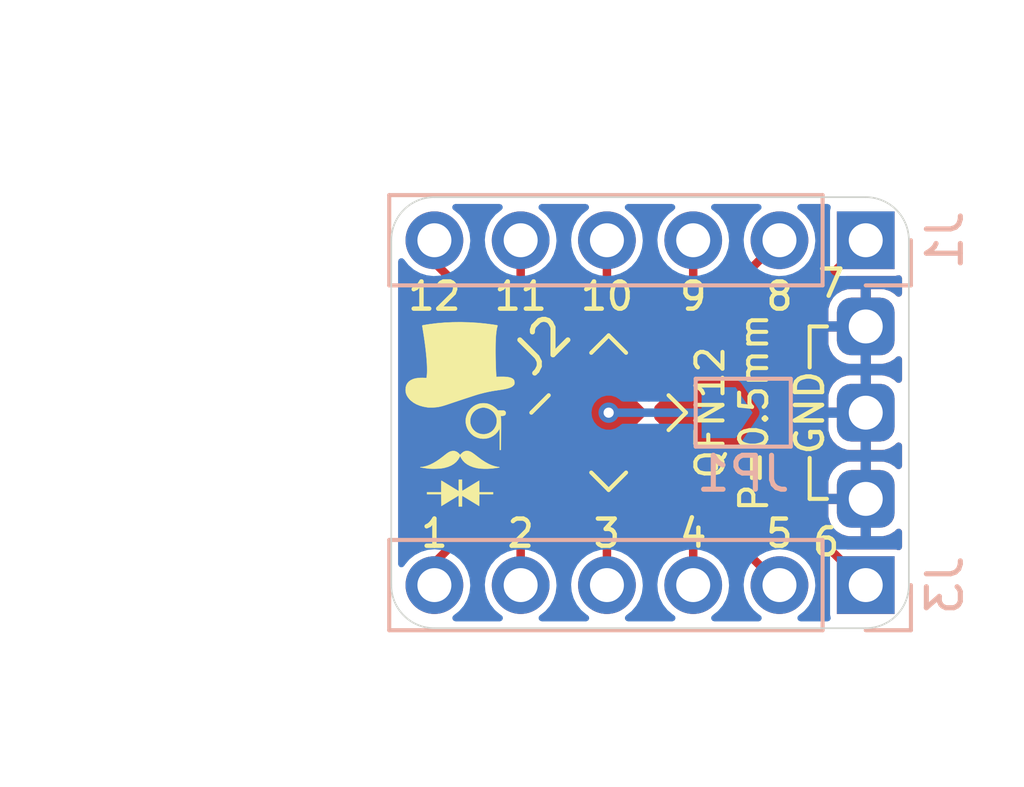
<source format=kicad_pcb>
(kicad_pcb (version 20211014) (generator pcbnew)
  (title_block (title "QFN16 to DIP Breakout Board") (date "2020-04-17") (rev "2") (company "SirBoard") (comment 1 "QFN16 P = 0.5mm") (comment 2 "QFN16 P = 0.8mm") (comment 3 "DIP16 P = 2.54mm"))
  (layers (0 "F.Cu" signal) (31 "B.Cu" signal) (34 "B.Paste" user) (35 "F.Paste" user) (36 "B.SilkS" user "B.Silkscreen") (37 "F.SilkS" user "F.Silkscreen") (38 "B.Mask" user) (39 "F.Mask" user) (44 "Edge.Cuts" user))
  (net 0 "")
  (net 1 "Net-(J2-Pad13)")
  (net 2 "Net-(J2-Pad12)")
  (net 3 "Net-(J2-Pad11)")
  (net 4 "Net-(J2-Pad10)")
  (net 5 "Net-(J2-Pad9)")
  (net 6 "Net-(J5-Pad1)")
  (net 7 "Net-(J2-Pad7)")
  (net 8 "Net-(J2-Pad8)")
  (net 9 "Net-(J2-Pad1)")
  (net 10 "Net-(J2-Pad2)")
  (net 11 "Net-(J2-Pad3)")
  (net 12 "Net-(J2-Pad4)")
  (net 13 "Net-(J2-Pad5)")
  (net 14 "Net-(J2-Pad6)")
  (footprint "Package_DFN_QFN:QFN-12-1EP_3x3mm_P0.5mm_EP1.65x1.65mm" (layer "F.Cu") (at 69.9008 41.91 45)
    (fp_text reference "J2" (at 0 -2.82 45) (layer "F.SilkS"))
    (fp_text value "Conn_02x06_Counter_Clockwise")
    (fp_line (start 1.61 -1.61) (end 1.61 -0.885) (layer "F.SilkS") (width 0.12))
    (fp_line (start 1.61 1.61) (end 1.61 0.885) (layer "F.SilkS") (width 0.12))
    (fp_line (start 0.885 1.61) (end 1.61 1.61) (layer "F.SilkS") (width 0.12))
    (fp_line (start -0.885 1.61) (end -1.61 1.61) (layer "F.SilkS") (width 0.12))
    (fp_line (start 0.885 -1.61) (end 1.61 -1.61) (layer "F.SilkS") (width 0.12))
    (fp_line (start -1.61 1.61) (end -1.61 0.885) (layer "F.SilkS") (width 0.12))
    (fp_line (start -0.885 -1.61) (end -1.61 -1.61) (layer "F.SilkS") (width 0.12))
    (pad "1" smd roundrect (at -1.4625 -0.5 45) (size 0.825 0.25) (layers "F.Cu" "F.Paste" "F.Mask") (net 9 "Net-(J2-Pad1)"))
    (pad "2" smd roundrect (at -1.4625 0 45) (size 0.825 0.25) (layers "F.Cu" "F.Paste" "F.Mask") (net 10 "Net-(J2-Pad2)"))
    (pad "3" smd roundrect (at -1.4625 0.5 45) (size 0.825 0.25) (layers "F.Cu" "F.Paste" "F.Mask") (net 11 "Net-(J2-Pad3)"))
    (pad "4" smd roundrect (at -0.5 1.4625 45) (size 0.25 0.825) (layers "F.Cu" "F.Paste" "F.Mask") (net 12 "Net-(J2-Pad4)"))
    (pad "5" smd roundrect (at 0 1.4625 45) (size 0.25 0.825) (layers "F.Cu" "F.Paste" "F.Mask") (net 13 "Net-(J2-Pad5)"))
    (pad "6" smd roundrect (at 0.5 1.4625 45) (size 0.25 0.825) (layers "F.Cu" "F.Paste" "F.Mask") (net 14 "Net-(J2-Pad6)"))
    (pad "7" smd roundrect (at 1.4625 0.5 45) (size 0.825 0.25) (layers "F.Cu" "F.Paste" "F.Mask") (net 7 "Net-(J2-Pad7)"))
    (pad "8" smd roundrect (at 1.4625 0 45) (size 0.825 0.25) (layers "F.Cu" "F.Paste" "F.Mask") (net 8 "Net-(J2-Pad8)"))
    (pad "9" smd roundrect (at 1.4625 -0.5 45) (size 0.825 0.25) (layers "F.Cu" "F.Paste" "F.Mask") (net 5 "Net-(J2-Pad9)"))
    (pad "10" smd roundrect (at 0.5 -1.4625 45) (size 0.25 0.825) (layers "F.Cu" "F.Paste" "F.Mask") (net 4 "Net-(J2-Pad10)"))
    (pad "11" smd roundrect (at 0 -1.4625 45) (size 0.25 0.825) (layers "F.Cu" "F.Paste" "F.Mask") (net 3 "Net-(J2-Pad11)"))
    (pad "12" smd roundrect (at -0.5 -1.4625 45) (size 0.25 0.825) (layers "F.Cu" "F.Paste" "F.Mask") (net 2 "Net-(J2-Pad12)"))
    (pad "13" smd rect (at 0 0 45) (size 1.65 1.65) (layers "F.Cu" "F.Mask") (net 1 "Net-(J2-Pad13)"))
  )
  (footprint "logo:logo54x76" (layer "F.Cu") (at 65.532 41.9608)
    (fp_text reference "G***" hide)
    (fp_text value "LOGO" hide)
    (fp_poly (pts (xy 0.252521 -2.711196) (xy 0.49012 -2.697494) (xy 0.724736 -2.675821) (xy 0.953868 -2.646201) (xy 0.9906 -2.64061) (xy 1.033336 -2.634024) (xy 1.06366 -2.629087) (xy 1.083446 -2.624901) (xy 1.09457 -2.62057) (xy 1.098909 -2.615195) (xy 1.098338 -2.607879) (xy 1.094732 -2.597724) (xy 1.092559 -2.591818) (xy 1.080891 -2.550355) (xy 1.07017 -2.495015) (xy 1.060488 -2.42641) (xy 1.051939 -2.345154) (xy 1.048301 -2.302291) (xy 1.044388 -2.240273) (xy 1.041355 -2.165772) (xy 1.039189 -2.080789) (xy 1.037874 -1.987326) (xy 1.037397 -1.887388) (xy 1.037744 -1.782975) (xy 1.038898 -1.676091) (xy 1.040847 -1.568737) (xy 1.043575 -1.462918) (xy 1.047068 -1.360634) (xy 1.051312 -1.263889) (xy 1.056292 -1.174685) (xy 1.056461 -1.172029) (xy 1.06061 -1.106715) (xy 1.191091 -1.109122) (xy 1.281168 -1.108808) (xy 1.358236 -1.104218) (xy 1.423187 -1.095243) (xy 1.476915 -1.081777) (xy 1.505134 -1.071056) (xy 1.545209 -1.049462) (xy 1.572536 -1.024535) (xy 1.588862 -0.993659) (xy 1.595938 -0.954216) (xy 1.596571 -0.93421) (xy 1.595794 -0.907476) (xy 1.59218 -0.889356) (xy 1.5838 -0.873981) (xy 1.571961 -0.859233) (xy 1.547394 -0.835186) (xy 1.516463 -0.813654) (xy 1.478028 -0.794276) (xy 1.430953 -0.776691) (xy 1.374101 -0.760538) (xy 1.306334 -0.745455) (xy 1.226515 -0.731083) (xy 1.133506 -0.717059) (xy 1.116822 -0.714755) (xy 0.972688 -0.692936) (xy 0.83663 -0.667637) (xy 0.702373 -0.637543) (xy 0.563641 -0.601342) (xy 0.529771 -0.591823) (xy 0.505025 -0.584431) (xy 0.468062 -0.572906) (xy 0.42042 -0.557751) (xy 0.363634 -0.539472) (xy 0.299243 -0.518571) (xy 0.228783 -0.495553) (xy 0.153791 -0.470922) (xy 0.075804 -0.445182) (xy -0.003641 -0.418838) (xy -0.083008 -0.392392) (xy -0.160759 -0.36635) (xy -0.235357 -0.341215) (xy -0.266698 -0.330603) (xy -0.339736 -0.305961) (xy -0.401058 -0.285625) (xy -0.452624 -0.269037) (xy -0.496394 -0.255639) (xy -0.534327 -0.244872) (xy -0.568382 -0.236178) (xy -0.600519 -0.229) (xy -0.632698 -0.222778) (xy -0.664029 -0.217419) (xy -0.708712 -0.211679) (xy -0.761132 -0.207407) (xy -0.817021 -0.20473) (xy -0.872115 -0.203775) (xy -0.922147 -0.204672) (xy -0.962851 -0.207547) (xy -0.968829 -0.208281) (xy -1.087596 -0.229456) (xy -1.195257 -0.259832) (xy -1.291998 -0.299494) (xy -1.378006 -0.348526) (xy -1.453468 -0.407013) (xy -1.491018 -0.443744) (xy -1.539967 -0.502682) (xy -1.575408 -0.561834) (xy -1.598228 -0.623288) (xy -1.609312 -0.689129) (xy -1.610731 -0.725715) (xy -1.604705 -0.798077) (xy -1.586651 -0.862324) (xy -1.556605 -0.918411) (xy -1.514604 -0.966292) (xy -1.460684 -1.005921) (xy -1.394883 -1.037253) (xy -1.349777 -1.052032) (xy -1.298785 -1.063261) (xy -1.238559 -1.071539) (xy -1.174157 -1.076448) (xy -1.110638 -1.077567) (xy -1.065557 -1.075586) (xy -0.995371 -1.070162) (xy -0.991204 -1.090994) (xy -0.982829 -1.148218) (xy -0.977783 -1.218671) (xy -0.975994 -1.301472) (xy -0.977393 -1.395741) (xy -0.98191 -1.500595) (xy -0.989474 -1.615154) (xy -1.000014 -1.738537) (xy -1.01346 -1.869862) (xy -1.029742 -2.008248) (xy -1.048789 -2.152815) (xy -1.070531 -2.30268) (xy -1.094897 -2.456962) (xy -1.105405 -2.519962) (xy -1.111996 -2.559832) (xy -1.116057 -2.587666) (xy -1.117707 -2.605699) (xy -1.117064 -2.616166) (xy -1.114247 -2.621302) (xy -1.110872 -2.622973) (xy -1.096781 -2.626079) (xy -1.071008 -2.630839) (xy -1.036229 -2.636807) (xy -0.995125 -2.643538) (xy -0.950373 -2.650585) (xy -0.904652 -2.657505) (xy -0.892629 -2.659272) (xy -0.677652 -2.685797) (xy -0.453146 -2.704228) (xy -0.221614 -2.714587) (xy 0.014443 -2.716902) (xy 0.252521 -2.711196)) (layer "F.SilkS") (width 0.01) (fill solid))
    (fp_poly (pts (xy 0.0508 2.090662) (xy 0.051037 2.138054) (xy 0.051705 2.180038) (xy 0.052732 2.214632) (xy 0.054049 2.239852) (xy 0.055588 2.253714) (xy 0.056574 2.255762) (xy 0.064285 2.251399) (xy 0.0824 2.240651) (xy 0.108943 2.224708) (xy 0.141935 2.204757) (xy 0.1794 2.181987) (xy 0.185389 2.178337) (xy 0.235068 2.148053) (xy 0.291732 2.113508) (xy 0.349975 2.078001) (xy 0.404388 2.044828) (xy 0.4318 2.028116) (xy 0.555171 1.952899) (xy 0.557117 2.123078) (xy 0.559062 2.293257) (xy 0.9652 2.293257) (xy 0.9652 2.351314) (xy 0.559058 2.351314) (xy 0.557114 2.524705) (xy 0.555171 2.698095) (xy 0.43476 2.62449) (xy 0.387035 2.595314) (xy 0.33198 2.561654) (xy 0.274651 2.526599) (xy 0.220099 2.49324) (xy 0.186793 2.472871) (xy 0.148273 2.449432) (xy 0.11401 2.42881) (xy 0.085904 2.412132) (xy 0.065858 2.400524) (xy 0.055774 2.395111) (xy 0.055018 2.394857) (xy 0.053793 2.401769) (xy 0.052707 2.421123) (xy 0.051816 2.450849) (xy 0.051175 2.488874) (xy 0.050838 2.533128) (xy 0.0508 2.554514) (xy 0.0508 2.714171) (xy -0.043271 2.714171) (xy -0.045221 2.550982) (xy -0.047172 2.387793) (xy -0.120591 2.43372) (xy -0.150198 2.452124) (xy -0.175892 2.46788) (xy -0.194842 2.479265) (xy -0.204048 2.484479) (xy -0.212676 2.489427) (xy -0.231961 2.500954) (xy -0.260204 2.518028) (xy -0.295703 2.539617) (xy -0.336759 2.56469) (xy -0.381669 2.592215) (xy -0.384629 2.594032) (xy -0.555172 2.698753) (xy -0.557115 2.525034) (xy -0.559058 2.351314) (xy -0.979715 2.351314) (xy -0.979715 2.293257) (xy -0.5588 2.293257) (xy -0.5588 2.122714) (xy -0.558681 2.074701) (xy -0.558345 2.031919) (xy -0.557827 1.99637) (xy -0.557162 1.970059) (xy -0.556385 1.95499) (xy -0.555851 1.952171) (xy -0.548939 1.955759) (xy -0.531999 1.965608) (xy -0.507349 1.980341) (xy -0.477304 1.998585) (xy -0.466951 2.004927) (xy -0.428813 2.028295) (xy -0.383214 2.056172) (xy -0.335105 2.085536) (xy -0.289431 2.113364) (xy -0.275772 2.121674) (xy -0.234716 2.146673) (xy -0.192212 2.17261) (xy -0.152271 2.197031) (xy -0.118908 2.217485) (xy -0.107043 2.224782) (xy -0.043543 2.263897) (xy -0.043543 1.923143) (xy 0.0508 1.923143) (xy 0.0508 2.090662)) (layer "F.SilkS") (width 0.01) (fill solid))
    (fp_poly (pts (xy 0.726979 -0.32675) (xy 0.779977 -0.320861) (xy 0.800601 -0.316685) (xy 0.872557 -0.293181) (xy 0.942915 -0.258598) (xy 1.007844 -0.215229) (xy 1.063515 -0.165367) (xy 1.07563 -0.152049) (xy 1.106714 -0.116279) (xy 1.199128 -0.116197) (xy 1.237259 -0.116062) (xy 1.263833 -0.115376) (xy 1.281809 -0.113598) (xy 1.294144 -0.110185) (xy 1.303797 -0.104597) (xy 1.313726 -0.096292) (xy 1.315242 -0.094939) (xy 1.329955 -0.079776) (xy 1.336931 -0.064712) (xy 1.338907 -0.043132) (xy 1.338943 -0.037643) (xy 1.334444 -0.005765) (xy 1.320318 0.01762) (xy 1.295618 0.033167) (xy 1.259397 0.041535) (xy 1.222077 0.043502) (xy 1.18504 0.043543) (xy 1.193701 0.078014) (xy 1.195566 0.089635) (xy 1.197102 0.10886) (xy 1.198317 0.136501) (xy 1.199219 0.173369) (xy 1.199818 0.220275) (xy 1.200121 0.278031) (xy 1.200138 0.347448) (xy 1.199877 0.429338) (xy 1.199346 0.524513) (xy 1.198972 0.578757) (xy 1.195581 1.045028) (xy 1.161297 1.045028) (xy 1.159405 0.731157) (xy 1.157514 0.417285) (xy 1.134608 0.4572) (xy 1.086988 0.526327) (xy 1.030166 0.585313) (xy 0.965655 0.633806) (xy 0.894965 0.671456) (xy 0.819608 0.697913) (xy 0.741098 0.712826) (xy 0.660945 0.715843) (xy 0.580662 0.706616) (xy 0.50176 0.684793) (xy 0.425753 0.650024) (xy 0.391885 0.629393) (xy 0.372652 0.614776) (xy 0.347439 0.593014) (xy 0.320166 0.56758) (xy 0.304257 0.551809) (xy 0.250214 0.486657) (xy 0.208349 0.414077) (xy 0.179112 0.335191) (xy 0.162951 0.251118) (xy 0.160349 0.203181) (xy 0.290156 0.203181) (xy 0.297428 0.270616) (xy 0.316743 0.33712) (xy 0.348598 0.401213) (xy 0.388438 0.455657) (xy 0.438736 0.503241) (xy 0.497851 0.540834) (xy 0.563386 0.56766) (xy 0.632945 0.582943) (xy 0.70413 0.585905) (xy 0.765628 0.577833) (xy 0.836897 0.555147) (xy 0.901289 0.520151) (xy 0.957695 0.473852) (xy 1.005005 0.417259) (xy 1.042113 0.351379) (xy 1.057458 0.312476) (xy 1.068116 0.267913) (xy 1.073556 0.215702) (xy 1.073649 0.161694) (xy 1.068265 0.111742) (xy 1.062479 0.086588) (xy 1.034911 0.017647) (xy 0.995507 -0.044268) (xy 0.945783 -0.097759) (xy 0.887254 -0.141431) (xy 0.821434 -0.173887) (xy 0.760491 -0.191696) (xy 0.720963 -0.199) (xy 0.689434 -0.202212) (xy 0.659987 -0.201355) (xy 0.626703 -0.196455) (xy 0.605971 -0.19233) (xy 0.534769 -0.170693) (xy 0.471638 -0.138155) (xy 0.417075 -0.096194) (xy 0.371576 -0.046289) (xy 0.335638 0.01008) (xy 0.309758 0.071434) (xy 0.294432 0.136294) (xy 0.290156 0.203181) (xy 0.160349 0.203181) (xy 0.159657 0.190434) (xy 0.166668 0.107332) (xy 0.186994 0.027565) (xy 0.219575 -0.047539) (xy 0.263352 -0.116651) (xy 0.317265 -0.178443) (xy 0.380254 -0.231586) (xy 0.451259 -0.274752) (xy 0.529221 -0.306612) (xy 0.563924 -0.316336) (xy 0.612783 -0.324478) (xy 0.669191 -0.327953) (xy 0.726979 -0.32675)) (layer "F.SilkS") (width 0.01) (fill solid))
    (fp_poly (pts (xy 0.237999 1.079864) (xy 0.270846 1.088698) (xy 0.291719 1.096279) (xy 0.314155 1.10698) (xy 0.339692 1.121829) (xy 0.369865 1.141854) (xy 0.406212 1.168082) (xy 0.45027 1.201542) (xy 0.503575 1.243262) (xy 0.512679 1.250468) (xy 0.624727 1.334106) (xy 0.732729 1.404284) (xy 0.836564 1.460939) (xy 0.936109 1.50401) (xy 1.031242 1.533435) (xy 1.102446 1.546892) (xy 1.12931 1.550693) (xy 1.146855 1.554024) (xy 1.154333 1.55723) (xy 1.150999 1.560655) (xy 1.136105 1.564643) (xy 1.108904 1.569538) (xy 1.06865 1.575682) (xy 1.026885 1.581681) (xy 0.920784 1.593768) (xy 0.814316 1.600277) (xy 0.710517 1.601227) (xy 0.612418 1.596633) (xy 0.523053 1.586513) (xy 0.478817 1.578617) (xy 0.377715 1.552208) (xy 0.286614 1.516907) (xy 0.206017 1.473048) (xy 0.136426 1.420964) (xy 0.07834 1.36099) (xy 0.032263 1.293458) (xy 0.022468 1.275015) (xy -0.00429 1.221751) (xy -0.024009 1.262204) (xy -0.067713 1.335591) (xy -0.122995 1.400326) (xy -0.18971 1.456313) (xy -0.267712 1.503456) (xy -0.356855 1.54166) (xy -0.456993 1.570827) (xy -0.508806 1.581568) (xy -0.560885 1.58908) (xy -0.623357 1.594878) (xy -0.692182 1.598813) (xy -0.763324 1.600736) (xy -0.832745 1.600495) (xy -0.896406 1.59794) (xy -0.9144 1.59665) (xy -0.94123 1.594012) (xy -0.975123 1.589981) (xy -1.013357 1.584963) (xy -1.053209 1.579361) (xy -1.091955 1.573581) (xy -1.126871 1.568028) (xy -1.155235 1.563107) (xy -1.174322 1.559222) (xy -1.181288 1.556977) (xy -1.17575 1.55535) (xy -1.159303 1.552907) (xy -1.135492 1.550174) (xy -1.135177 1.550142) (xy -1.055402 1.537396) (xy -0.974076 1.5151) (xy -0.890289 1.482789) (xy -0.80313 1.44) (xy -0.711689 1.386266) (xy -0.615055 1.321126) (xy -0.512319 1.244113) (xy -0.471715 1.211821) (xy -0.425095 1.174862) (xy -0.386893 1.146284) (xy -0.354832 1.124656) (xy -0.326635 1.108545) (xy -0.300025 1.096521) (xy -0.274137 1.087577) (xy -0.217324 1.077138) (xy -0.163201 1.080869) (xy -0.112479 1.098562) (xy -0.065866 1.130008) (xy -0.039095 1.1566) (xy -0.005677 1.194504) (xy 0.03889 1.149974) (xy 0.071628 1.120363) (xy 0.101936 1.100303) (xy 0.125458 1.08975) (xy 0.164107 1.078214) (xy 0.199796 1.074932) (xy 0.237999 1.079864)) (layer "F.SilkS") (width 0.01) (fill solid))
  )
  (footprint "Connector_PinHeader_2.54mm:PinHeader_1x06_P2.54mm_Vertical" (layer "B.Cu") (at 77.47 36.83 90)
    (fp_text reference "J1" (at 0 2.33 90) (layer "B.SilkS") (effects (justify mirror)))
    (fp_text value "Conn_01x06")
    (fp_line (start -1.33 -1.27) (end -1.33 -14.03) (layer "B.SilkS") (width 0.12))
    (fp_line (start -1.33 0) (end -1.33 1.33) (layer "B.SilkS") (width 0.12))
    (fp_line (start 1.33 -1.27) (end 1.33 -14.03) (layer "B.SilkS") (width 0.12))
    (fp_line (start -1.33 -1.27) (end 1.33 -1.27) (layer "B.SilkS") (width 0.12))
    (fp_line (start -1.33 1.33) (end 0 1.33) (layer "B.SilkS") (width 0.12))
    (fp_line (start -1.33 -14.03) (end 1.33 -14.03) (layer "B.SilkS") (width 0.12))
    (pad "1" thru_hole rect (at 0 0 90) (size 1.7 1.7) (drill 1) (layers *.Cu *.Mask) (net 7 "Net-(J2-Pad7)"))
    (pad "2" thru_hole oval (at 0 -2.54 90) (size 1.7 1.7) (drill 1) (layers *.Cu *.Mask) (net 8 "Net-(J2-Pad8)"))
    (pad "3" thru_hole oval (at 0 -5.08 90) (size 1.7 1.7) (drill 1) (layers *.Cu *.Mask) (net 5 "Net-(J2-Pad9)"))
    (pad "4" thru_hole oval (at 0 -7.62 90) (size 1.7 1.7) (drill 1) (layers *.Cu *.Mask) (net 4 "Net-(J2-Pad10)"))
    (pad "5" thru_hole oval (at 0 -10.16 90) (size 1.7 1.7) (drill 1) (layers *.Cu *.Mask) (net 3 "Net-(J2-Pad11)"))
    (pad "6" thru_hole oval (at 0 -12.7 90) (size 1.7 1.7) (drill 1) (layers *.Cu *.Mask) (net 2 "Net-(J2-Pad12)"))
  )
  (footprint "Connector_PinHeader_2.54mm:PinHeader_1x06_P2.54mm_Vertical" (layer "B.Cu") (at 77.47 46.99 90)
    (fp_text reference "J3" (at 0 2.33 90) (layer "B.SilkS") (effects (justify mirror)))
    (fp_text value "Conn_01x06")
    (fp_line (start 1.33 -1.27) (end 1.33 -14.03) (layer "B.SilkS") (width 0.12))
    (fp_line (start -1.33 -1.27) (end -1.33 -14.03) (layer "B.SilkS") (width 0.12))
    (fp_line (start -1.33 0) (end -1.33 1.33) (layer "B.SilkS") (width 0.12))
    (fp_line (start -1.33 -1.27) (end 1.33 -1.27) (layer "B.SilkS") (width 0.12))
    (fp_line (start -1.33 -14.03) (end 1.33 -14.03) (layer "B.SilkS") (width 0.12))
    (fp_line (start -1.33 1.33) (end 0 1.33) (layer "B.SilkS") (width 0.12))
    (pad "1" thru_hole rect (at 0 0 90) (size 1.7 1.7) (drill 1) (layers *.Cu *.Mask) (net 14 "Net-(J2-Pad6)"))
    (pad "2" thru_hole oval (at 0 -2.54 90) (size 1.7 1.7) (drill 1) (layers *.Cu *.Mask) (net 13 "Net-(J2-Pad5)"))
    (pad "3" thru_hole oval (at 0 -5.08 90) (size 1.7 1.7) (drill 1) (layers *.Cu *.Mask) (net 12 "Net-(J2-Pad4)"))
    (pad "4" thru_hole oval (at 0 -7.62 90) (size 1.7 1.7) (drill 1) (layers *.Cu *.Mask) (net 11 "Net-(J2-Pad3)"))
    (pad "5" thru_hole oval (at 0 -10.16 90) (size 1.7 1.7) (drill 1) (layers *.Cu *.Mask) (net 10 "Net-(J2-Pad2)"))
    (pad "6" thru_hole oval (at 0 -12.7 90) (size 1.7 1.7) (drill 1) (layers *.Cu *.Mask) (net 9 "Net-(J2-Pad1)"))
  )
  (footprint "Connector_PinHeader_2.54mm:PinHeader_1x03_P2.54mm_Vertical" (layer "B.Cu") (at 77.47 39.37 180)
    (fp_text reference "J5" hide)
    (fp_text value "Conn_01x03")
    (pad "1" thru_hole roundrect locked (at 0 0 180) (size 1.7 1.7) (drill 1) (layers *.Cu *.Mask) (net 6 "Net-(J5-Pad1)"))
    (pad "2" thru_hole roundrect locked (at 0 -2.54 180) (size 1.7 1.7) (drill 1) (layers *.Cu *.Mask) (net 6 "Net-(J5-Pad1)"))
    (pad "3" thru_hole roundrect locked (at 0 -5.08 180) (size 1.7 1.7) (drill 1) (layers *.Cu *.Mask) (net 6 "Net-(J5-Pad1)"))
  )
  (footprint "Jumper:SolderJumper-2_P1.3mm_Open_TrianglePad1.0x1.5mm" (layer "B.Cu") (at 73.8632 41.91)
    (fp_text reference "JP1" (at 0 1.8) (layer "B.SilkS") (effects (justify mirror)))
    (fp_text value "SolderJumper_2_Open")
    (fp_line (start 1.4 -1) (end -1.4 -1) (layer "B.SilkS") (width 0.12))
    (fp_line (start 1.4 1) (end 1.4 -1) (layer "B.SilkS") (width 0.12))
    (fp_line (start -1.4 1) (end 1.4 1) (layer "B.SilkS") (width 0.12))
    (fp_line (start -1.4 -1) (end -1.4 1) (layer "B.SilkS") (width 0.12))
    (pad "1" smd custom (at -0.725 0) (size 0.3 0.3) (layers "B.Cu" "B.Mask") (net 1 "Net-(J2-Pad13)") (options (clearance outline) (anchor rect)) (primitives (gr_poly (pts (xy 1 0) (xy 0.5 -0.75) (xy -0.5 -0.75) (xy -0.5 0.75) (xy 0.5 0.75)) (width 0) (fill yes))))
    (pad "2" smd custom (at 0.725 0) (size 0.3 0.3) (layers "B.Cu" "B.Mask") (net 6 "Net-(J5-Pad1)") (options (clearance outline) (anchor rect)) (primitives (gr_poly (pts (xy 0.5 -0.75) (xy -0.65 -0.75) (xy -0.15 0) (xy -0.65 0.75) (xy 0.5 0.75)) (width 0) (fill yes))))
  )
  (gr_line (start 75.819 39.37) (end 76.327 39.37) (layer "F.SilkS") (width 0.12))
  (gr_line (start 75.819 40.5765) (end 75.819 39.37) (layer "F.SilkS") (width 0.12))
  (gr_line (start 75.819 44.45) (end 76.327 44.45) (layer "F.SilkS") (width 0.12))
  (gr_line (start 75.819 43.2435) (end 75.819 44.45) (layer "F.SilkS") (width 0.12))
  (gr_line (start 78.74 46.99) (end 78.74 36.83) (layer "Edge.Cuts") (width 0.05))
  (gr_line (start 64.77 35.56) (end 77.47 35.56) (layer "Edge.Cuts") (width 0.05))
  (gr_line (start 63.5 36.83) (end 63.5 46.99) (layer "Edge.Cuts") (width 0.05))
  (gr_arc (start 78.74 46.99) (mid 78.368026 47.888026) (end 77.47 48.26) (layer "Edge.Cuts") (width 0.05))
  (gr_arc (start 77.47 35.56) (mid 78.368026 35.931974) (end 78.74 36.83) (layer "Edge.Cuts") (width 0.05))
  (gr_arc (start 64.77 48.26) (mid 63.871974 47.888026) (end 63.5 46.99) (layer "Edge.Cuts") (width 0.05))
  (gr_line (start 64.77 48.26) (end 77.47 48.26) (layer "Edge.Cuts") (width 0.05))
  (gr_arc (start 63.5 36.83) (mid 63.871974 35.931974) (end 64.77 35.56) (layer "Edge.Cuts") (width 0.05))
  (gr_text "GND" (at 75.819 41.91 90) (layer "F.SilkS") (effects (font (size 0.8 0.8) (thickness 0.13))))
  (gr_text "7" (at 76.454 38.1) (layer "F.SilkS") (effects (font (size 0.8 0.8) (thickness 0.13))))
  (gr_text "4" (at 72.39 45.466) (layer "F.SilkS") (effects (font (size 0.8 0.8) (thickness 0.13))))
  (gr_text "3" (at 69.85 45.466) (layer "F.SilkS") (effects (font (size 0.8 0.8) (thickness 0.13))))
  (gr_text "2" (at 67.31 45.466) (layer "F.SilkS") (effects (font (size 0.8 0.8) (thickness 0.13))))
  (gr_text "6" (at 76.3016 45.72) (layer "F.SilkS") (effects (font (size 0.8 0.8) (thickness 0.13))))
  (gr_text "8" (at 74.93 38.481) (layer "F.SilkS") (effects (font (size 0.8 0.8) (thickness 0.13))))
  (gr_text "9" (at 72.39 38.481) (layer "F.SilkS") (effects (font (size 0.8 0.8) (thickness 0.13))))
  (gr_text "10" (at 69.85 38.481) (layer "F.SilkS") (effects (font (size 0.8 0.8) (thickness 0.13))))
  (gr_text "11" (at 67.31 38.481) (layer "F.SilkS") (effects (font (size 0.8 0.8) (thickness 0.13))))
  (gr_text "12" (at 64.77 38.481) (layer "F.SilkS") (effects (font (size 0.8 0.8) (thickness 0.13))))
  (gr_text "QFN12\nP=0.5mm" (at 73.533 41.91 90) (layer "F.SilkS") (effects (font (size 0.8 0.8) (thickness 0.12))))
  (gr_text "1" (at 64.77 45.466) (layer "F.SilkS") (effects (font (size 0.8 0.8) (thickness 0.13))))
  (gr_text "5" (at 74.93 45.466) (layer "F.SilkS") (effects (font (size 0.8 0.8) (thickness 0.13))))
  (via (at 69.9008 41.91) (size 0.6) (drill 0.3) (layers "F.Cu" "B.Cu") (net 1))
  (segment (start 69.9008 41.91) (end 73.1382 41.91) (width 0.25) (layer "B.Cu") (net 1))
  (segment (start 64.77 37.486307) (end 64.77 36.83) (width 0.25) (layer "F.Cu") (net 2))
  (segment (start 68.513103 41.22941) (end 64.77 37.486307) (width 0.25) (layer "F.Cu") (net 2))
  (segment (start 64.778 37.537815) (end 64.778 36.8335) (width 0.25) (layer "B.Cu") (net 2))
  (segment (start 67.31 39.3192) (end 67.31 36.83) (width 0.25) (layer "F.Cu") (net 3))
  (segment (start 68.866656 40.875856) (end 67.31 39.3192) (width 0.25) (layer "F.Cu") (net 3))
  (segment (start 69.22021 40.522303) (end 69.85 39.892513) (width 0.25) (layer "F.Cu") (net 4))
  (segment (start 69.85 39.892513) (end 69.85 36.83) (width 0.25) (layer "F.Cu") (net 4))
  (segment (start 72.39 38.7096) (end 72.39 36.83) (width 0.25) (layer "F.Cu") (net 5))
  (segment (start 70.58139 40.522303) (end 70.58139 40.51821) (width 0.25) (layer "F.Cu") (net 5))
  (segment (start 70.58139 40.51821) (end 72.39 38.7096) (width 0.25) (layer "F.Cu") (net 5))
  (segment (start 72.398 37.537815) (end 72.398 36.8335) (width 0.25) (layer "B.Cu") (net 5))
  (segment (start 74.0156 38.5064) (end 75.7936 38.5064) (width 0.25) (layer "F.Cu") (net 7))
  (segment (start 75.7936 38.5064) (end 77.47 36.83) (width 0.25) (layer "F.Cu") (net 7))
  (segment (start 71.29259 41.22941) (end 74.0156 38.5064) (width 0.25) (layer "F.Cu") (net 7))
  (segment (start 71.288497 41.22941) (end 71.29259 41.22941) (width 0.25) (layer "F.Cu") (net 7))
  (segment (start 77.478 36.8335) (end 77.022 36.8335) (width 0.25) (layer "B.Cu") (net 7))
  (segment (start 70.934944 40.825056) (end 70.934944 40.875856) (width 0.25) (layer "F.Cu") (net 8))
  (segment (start 74.93 36.83) (end 70.934944 40.825056) (width 0.25) (layer "F.Cu") (net 8))
  (segment (start 68.513103 42.59059) (end 64.77 46.333693) (width 0.25) (layer "F.Cu") (net 9))
  (segment (start 64.77 46.333693) (end 64.77 46.99) (width 0.25) (layer "F.Cu") (net 9))
  (segment (start 64.778 46.289185) (end 64.778 46.9935) (width 0.25) (layer "B.Cu") (net 9))
  (segment (start 67.31 44.5008) (end 67.31 46.99) (width 0.25) (layer "F.Cu") (net 10))
  (segment (start 68.866656 42.944144) (end 67.31 44.5008) (width 0.25) (layer "F.Cu") (net 10))
  (segment (start 69.85 43.927487) (end 69.85 46.99) (width 0.25) (layer "F.Cu") (net 11))
  (segment (start 69.22021 43.297697) (end 69.85 43.927487) (width 0.25) (layer "F.Cu") (net 11))
  (segment (start 72.398 46.183119) (end 72.398 46.9935) (width 0.25) (layer "F.Cu") (net 12))
  (segment (start 70.58139 43.297697) (end 72.39 45.106307) (width 0.25) (layer "F.Cu") (net 12))
  (segment (start 72.39 45.106307) (end 72.39 46.99) (width 0.25) (layer "F.Cu") (net 12))
  (segment (start 72.398 46.289185) (end 72.398 46.9935) (width 0.25) (layer "B.Cu") (net 12))
  (segment (start 70.934944 42.944144) (end 70.934944 42.994944) (width 0.25) (layer "F.Cu") (net 13))
  (segment (start 70.934944 42.994944) (end 74.93 46.99) (width 0.25) (layer "F.Cu") (net 13))
  (segment (start 71.288497 42.59059) (end 71.29259 42.59059) (width 0.25) (layer "F.Cu") (net 14))
  (segment (start 76.0476 45.5676) (end 77.47 46.99) (width 0.25) (layer "F.Cu") (net 14))
  (segment (start 71.29259 42.59059) (end 74.2696 45.5676) (width 0.25) (layer "F.Cu") (net 14))
  (segment (start 74.2696 45.5676) (end 76.0476 45.5676) (width 0.25) (layer "F.Cu") (net 14))
  (segment (start 77.478 46.9935) (end 77.156 46.9935) (width 0.25) (layer "B.Cu") (net 14))
  (zone (net 6) (net_name "Net-(J5-Pad1)") (layer "F.Cu") (connect_pads (clearance 0.2)) (min_thickness 0.2) (fill yes (thermal_gap 0.25) (thermal_bridge_width 0.3))
    (polygon (pts (xy 78.74 35.56) (xy 78.74 48.26) (xy 63.4492 48.26) (xy 63.4492 35.56)))
  )
  (zone (net 6) (net_name "Net-(J5-Pad1)") (layer "B.Cu") (connect_pads (clearance 0.2)) (min_thickness 0.2) (fill yes (thermal_gap 0.25) (thermal_bridge_width 0.3))
    (polygon (pts (xy 78.74 35.56) (xy 78.74 48.26) (xy 63.4492 48.26) (xy 63.4492 35.56)))
  )
)
</source>
